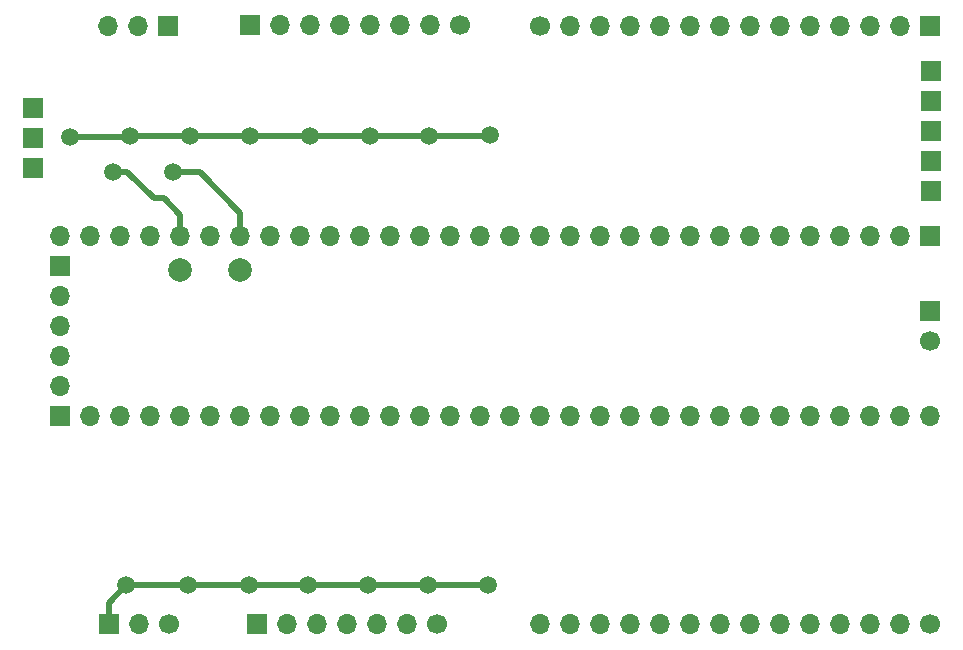
<source format=gbr>
%TF.GenerationSoftware,KiCad,Pcbnew,6.0.0*%
%TF.CreationDate,2022-01-02T16:56:48+01:00*%
%TF.ProjectId,kaugummi_motherboard,6b617567-756d-46d6-995f-6d6f74686572,rev?*%
%TF.SameCoordinates,PX328b740PY6cb8080*%
%TF.FileFunction,Copper,L2,Bot*%
%TF.FilePolarity,Positive*%
%FSLAX46Y46*%
G04 Gerber Fmt 4.6, Leading zero omitted, Abs format (unit mm)*
G04 Created by KiCad (PCBNEW 6.0.0) date 2022-01-02 16:56:48*
%MOMM*%
%LPD*%
G01*
G04 APERTURE LIST*
%TA.AperFunction,ComponentPad*%
%ADD10R,1.700000X1.700000*%
%TD*%
%TA.AperFunction,ComponentPad*%
%ADD11O,1.700000X1.700000*%
%TD*%
%TA.AperFunction,ComponentPad*%
%ADD12C,1.700000*%
%TD*%
%TA.AperFunction,ViaPad*%
%ADD13C,1.500000*%
%TD*%
%TA.AperFunction,ViaPad*%
%ADD14C,2.000000*%
%TD*%
%TA.AperFunction,Conductor*%
%ADD15C,0.500000*%
%TD*%
G04 APERTURE END LIST*
D10*
%TO.P,J12,1,Pin_1*%
%TO.N,GNDREF*%
X79348400Y49974400D03*
%TO.P,J12,2,Pin_2*%
X79348400Y47434400D03*
%TO.P,J12,3,Pin_3*%
X79348400Y44894400D03*
%TO.P,J12,4,Pin_4*%
X79348400Y42354400D03*
%TO.P,J12,5,Pin_5*%
X79348400Y39814400D03*
%TD*%
%TO.P,J11,1,Pin_1*%
%TO.N,GNDA*%
X3351600Y46774000D03*
%TO.P,J11,2,Pin_2*%
X3351600Y44234000D03*
%TO.P,J11,3,Pin_3*%
X3351600Y41694000D03*
%TD*%
D11*
%TO.P,J10,14,Pin_14*%
%TO.N,Net-(J4-Pad17)*%
X46303000Y3086000D03*
%TO.P,J10,13,Pin_13*%
%TO.N,Net-(J4-Pad18)*%
X48843000Y3086000D03*
%TO.P,J10,12,Pin_12*%
%TO.N,Net-(J4-Pad19)*%
X51383000Y3086000D03*
%TO.P,J10,11,Pin_11*%
%TO.N,Net-(J4-Pad20)*%
X53923000Y3086000D03*
%TO.P,J10,10,Pin_10*%
%TO.N,Net-(J4-Pad21)*%
X56463000Y3086000D03*
%TO.P,J10,9,Pin_9*%
%TO.N,Net-(J4-Pad22)*%
X59003000Y3086000D03*
%TO.P,J10,8,Pin_8*%
%TO.N,Net-(J4-Pad23)*%
X61543000Y3086000D03*
%TO.P,J10,7,Pin_7*%
%TO.N,Net-(J4-Pad24)*%
X64083000Y3086000D03*
%TO.P,J10,6,Pin_6*%
%TO.N,Net-(J4-Pad25)*%
X66623000Y3086000D03*
%TO.P,J10,5,Pin_5*%
%TO.N,Net-(J4-Pad26)*%
X69163000Y3086000D03*
%TO.P,J10,4,Pin_4*%
%TO.N,Net-(J4-Pad27)*%
X71703000Y3086000D03*
%TO.P,J10,3,Pin_3*%
%TO.N,Net-(J4-Pad28)*%
X74243000Y3086000D03*
%TO.P,J10,2,Pin_2*%
%TO.N,Net-(J4-Pad29)*%
X76783000Y3086000D03*
D12*
%TO.P,J10,1,Pin_1*%
%TO.N,VCC*%
X79323000Y3086000D03*
%TD*%
%TO.P,J9,1,Pin_1*%
%TO.N,Net-(J3-Pad14)*%
X46313000Y53759000D03*
D11*
%TO.P,J9,2,Pin_2*%
%TO.N,Net-(J3-Pad13)*%
X48853000Y53759000D03*
%TO.P,J9,3,Pin_3*%
%TO.N,Net-(J3-Pad12)*%
X51393000Y53759000D03*
%TO.P,J9,4,Pin_4*%
%TO.N,Net-(J3-Pad11)*%
X53933000Y53759000D03*
%TO.P,J9,5,Pin_5*%
%TO.N,Net-(J3-Pad10)*%
X56473000Y53759000D03*
%TO.P,J9,6,Pin_6*%
%TO.N,Net-(J3-Pad9)*%
X59013000Y53759000D03*
%TO.P,J9,7,Pin_7*%
%TO.N,Net-(J3-Pad8)*%
X61553000Y53759000D03*
%TO.P,J9,8,Pin_8*%
%TO.N,Net-(J3-Pad7)*%
X64093000Y53759000D03*
%TO.P,J9,9,Pin_9*%
%TO.N,Net-(J3-Pad6)*%
X66633000Y53759000D03*
%TO.P,J9,10,Pin_10*%
%TO.N,Net-(J3-Pad5)*%
X69173000Y53759000D03*
%TO.P,J9,11,Pin_11*%
%TO.N,Net-(J3-Pad4)*%
X71713000Y53759000D03*
%TO.P,J9,12,Pin_12*%
%TO.N,Net-(J3-Pad3)*%
X74253000Y53759000D03*
%TO.P,J9,13,Pin_13*%
%TO.N,Net-(J3-Pad2)*%
X76793000Y53759000D03*
D10*
%TO.P,J9,14,Pin_14*%
%TO.N,GNDREF*%
X79333000Y53759000D03*
%TD*%
%TO.P,J8,3,Pin_3*%
%TO.N,GNDA*%
X9752400Y3136800D03*
D11*
%TO.P,J8,2,Pin_2*%
%TO.N,/outFO_8+*%
X12292400Y3136800D03*
D12*
%TO.P,J8,1,Pin_1*%
%TO.N,/outFO_7+*%
X14832400Y3136800D03*
%TD*%
D10*
%TO.P,J7,1,Pin_1*%
%TO.N,GNDA*%
X14792000Y53759000D03*
D11*
%TO.P,J7,2,Pin_2*%
%TO.N,/inFI_7*%
X12252000Y53759000D03*
%TO.P,J7,3,Pin_3*%
%TO.N,/inFI_8*%
X9712000Y53759000D03*
%TD*%
D12*
%TO.P,J6,1,Pin_1*%
%TO.N,/outFO_1+*%
X37545000Y3112000D03*
D11*
%TO.P,J6,2,Pin_2*%
%TO.N,/outFO_2+*%
X35005000Y3112000D03*
%TO.P,J6,3,Pin_3*%
%TO.N,/outFO_3+*%
X32465000Y3112000D03*
%TO.P,J6,4,Pin_4*%
%TO.N,/outFO_4+*%
X29925000Y3112000D03*
%TO.P,J6,5,Pin_5*%
%TO.N,/outFO_5+*%
X27385000Y3112000D03*
%TO.P,J6,6,Pin_6*%
%TO.N,/outFO_6+*%
X24845000Y3112000D03*
D10*
%TO.P,J6,7,Pin_7*%
%TO.N,GNDA*%
X22305000Y3112000D03*
%TD*%
D12*
%TO.P,J1,1,Pin_1*%
%TO.N,VCC*%
X79323000Y27089000D03*
D10*
%TO.P,J1,2,Pin_2*%
%TO.N,GNDREF*%
X79323000Y29629000D03*
%TD*%
D11*
%TO.P,J3,30,Pin_30*%
%TO.N,GNDA*%
X5658000Y35979000D03*
%TO.P,J3,29,Pin_29*%
%TO.N,unconnected-(J3-Pad29)*%
X8198000Y35979000D03*
%TO.P,J3,28,Pin_28*%
%TO.N,unconnected-(J3-Pad28)*%
X10738000Y35979000D03*
%TO.P,J3,27,Pin_27*%
%TO.N,unconnected-(J3-Pad27)*%
X13278000Y35979000D03*
%TO.P,J3,26,Pin_26*%
%TO.N,/inFO_8*%
X15818000Y35979000D03*
%TO.P,J3,25,Pin_25*%
%TO.N,/inFO_6*%
X18358000Y35979000D03*
%TO.P,J3,24,Pin_24*%
%TO.N,/inFO_7*%
X20898000Y35979000D03*
%TO.P,J3,23,Pin_23*%
%TO.N,/inFO_5*%
X23438000Y35979000D03*
%TO.P,J3,22,Pin_22*%
%TO.N,Net-(C10-Pad1)*%
X25978000Y35979000D03*
%TO.P,J3,21,Pin_21*%
%TO.N,/inFO_4*%
X28518000Y35979000D03*
%TO.P,J3,20,Pin_20*%
%TO.N,Net-(C9-Pad1)*%
X31058000Y35979000D03*
%TO.P,J3,19,Pin_19*%
%TO.N,/inFO_3*%
X33598000Y35979000D03*
%TO.P,J3,18,Pin_18*%
%TO.N,Net-(C8-Pad1)*%
X36138000Y35979000D03*
%TO.P,J3,17,Pin_17*%
%TO.N,/inFO_2*%
X38678000Y35979000D03*
%TO.P,J3,16,Pin_16*%
%TO.N,Net-(C7-Pad1)*%
X41218000Y35979000D03*
%TO.P,J3,15,Pin_15*%
%TO.N,/inFO_1*%
X43758000Y35979000D03*
%TO.P,J3,14,Pin_14*%
%TO.N,Net-(J3-Pad14)*%
X46298000Y35979000D03*
%TO.P,J3,13,Pin_13*%
%TO.N,Net-(J3-Pad13)*%
X48838000Y35979000D03*
%TO.P,J3,12,Pin_12*%
%TO.N,Net-(J3-Pad12)*%
X51378000Y35979000D03*
%TO.P,J3,11,Pin_11*%
%TO.N,Net-(J3-Pad11)*%
X53918000Y35979000D03*
%TO.P,J3,10,Pin_10*%
%TO.N,Net-(J3-Pad10)*%
X56458000Y35979000D03*
%TO.P,J3,9,Pin_9*%
%TO.N,Net-(J3-Pad9)*%
X58998000Y35979000D03*
%TO.P,J3,8,Pin_8*%
%TO.N,Net-(J3-Pad8)*%
X61538000Y35979000D03*
%TO.P,J3,7,Pin_7*%
%TO.N,Net-(J3-Pad7)*%
X64078000Y35979000D03*
%TO.P,J3,6,Pin_6*%
%TO.N,Net-(J3-Pad6)*%
X66618000Y35979000D03*
%TO.P,J3,5,Pin_5*%
%TO.N,Net-(J3-Pad5)*%
X69158000Y35979000D03*
%TO.P,J3,4,Pin_4*%
%TO.N,Net-(J3-Pad4)*%
X71698000Y35979000D03*
%TO.P,J3,3,Pin_3*%
%TO.N,Net-(J3-Pad3)*%
X74238000Y35979000D03*
%TO.P,J3,2,Pin_2*%
%TO.N,Net-(J3-Pad2)*%
X76778000Y35979000D03*
D10*
%TO.P,J3,1,Pin_1*%
%TO.N,GNDREF*%
X79318000Y35979000D03*
%TD*%
%TO.P,J5,1,Pin_1*%
%TO.N,unconnected-(J5-Pad1)*%
X5663000Y33439000D03*
D11*
%TO.P,J5,2,Pin_2*%
%TO.N,unconnected-(J5-Pad2)*%
X5663000Y30899000D03*
%TO.P,J5,3,Pin_3*%
%TO.N,GNDA*%
X5663000Y28359000D03*
%TO.P,J5,4,Pin_4*%
%TO.N,unconnected-(J5-Pad4)*%
X5663000Y25819000D03*
%TO.P,J5,5,Pin_5*%
%TO.N,unconnected-(J5-Pad5)*%
X5663000Y23279000D03*
%TD*%
D12*
%TO.P,J2,1,Pin_1*%
%TO.N,/inFI_1*%
X39470400Y53835200D03*
D11*
%TO.P,J2,2,Pin_2*%
%TO.N,/inFI_2*%
X36930400Y53835200D03*
%TO.P,J2,3,Pin_3*%
%TO.N,/inFI_3*%
X34390400Y53835200D03*
%TO.P,J2,4,Pin_4*%
%TO.N,/inFI_4*%
X31850400Y53835200D03*
%TO.P,J2,5,Pin_5*%
%TO.N,/inFI_5*%
X29310400Y53835200D03*
%TO.P,J2,6,Pin_6*%
%TO.N,/inFI_6*%
X26770400Y53835200D03*
%TO.P,J2,7,Pin_7*%
%TO.N,unconnected-(J2-Pad7)*%
X24230400Y53835200D03*
D10*
%TO.P,J2,8,Pin_8*%
%TO.N,GNDA*%
X21690400Y53835200D03*
%TD*%
%TO.P,J4,1,Pin_1*%
%TO.N,/outFI_8-*%
X5663000Y20739000D03*
D11*
%TO.P,J4,2,Pin_2*%
%TO.N,/outFI_8+*%
X8203000Y20739000D03*
%TO.P,J4,3,Pin_3*%
%TO.N,/outFI_7-*%
X10743000Y20739000D03*
%TO.P,J4,4,Pin_4*%
%TO.N,/outFI_7+*%
X13283000Y20739000D03*
%TO.P,J4,5,Pin_5*%
%TO.N,/outFI_6-*%
X15823000Y20739000D03*
%TO.P,J4,6,Pin_6*%
%TO.N,/outFI_6+*%
X18363000Y20739000D03*
%TO.P,J4,7,Pin_7*%
%TO.N,/outFI_5-*%
X20903000Y20739000D03*
%TO.P,J4,8,Pin_8*%
%TO.N,/outFI_5+*%
X23443000Y20739000D03*
%TO.P,J4,9,Pin_9*%
%TO.N,/outFI_4-*%
X25983000Y20739000D03*
%TO.P,J4,10,Pin_10*%
%TO.N,/outFI_4+*%
X28523000Y20739000D03*
%TO.P,J4,11,Pin_11*%
%TO.N,/outFI_3-*%
X31063000Y20739000D03*
%TO.P,J4,12,Pin_12*%
%TO.N,/outFI_3+*%
X33603000Y20739000D03*
%TO.P,J4,13,Pin_13*%
%TO.N,/outFI_2-*%
X36143000Y20739000D03*
%TO.P,J4,14,Pin_14*%
%TO.N,/outFI_2+*%
X38683000Y20739000D03*
%TO.P,J4,15,Pin_15*%
%TO.N,/outFI_1-*%
X41223000Y20739000D03*
%TO.P,J4,16,Pin_16*%
%TO.N,/outFI_1+*%
X43763000Y20739000D03*
%TO.P,J4,17,Pin_17*%
%TO.N,Net-(J4-Pad17)*%
X46303000Y20739000D03*
%TO.P,J4,18,Pin_18*%
%TO.N,Net-(J4-Pad18)*%
X48843000Y20739000D03*
%TO.P,J4,19,Pin_19*%
%TO.N,Net-(J4-Pad19)*%
X51383000Y20739000D03*
%TO.P,J4,20,Pin_20*%
%TO.N,Net-(J4-Pad20)*%
X53923000Y20739000D03*
%TO.P,J4,21,Pin_21*%
%TO.N,Net-(J4-Pad21)*%
X56463000Y20739000D03*
%TO.P,J4,22,Pin_22*%
%TO.N,Net-(J4-Pad22)*%
X59003000Y20739000D03*
%TO.P,J4,23,Pin_23*%
%TO.N,Net-(J4-Pad23)*%
X61543000Y20739000D03*
%TO.P,J4,24,Pin_24*%
%TO.N,Net-(J4-Pad24)*%
X64083000Y20739000D03*
%TO.P,J4,25,Pin_25*%
%TO.N,Net-(J4-Pad25)*%
X66623000Y20739000D03*
%TO.P,J4,26,Pin_26*%
%TO.N,Net-(J4-Pad26)*%
X69163000Y20739000D03*
%TO.P,J4,27,Pin_27*%
%TO.N,Net-(J4-Pad27)*%
X71703000Y20739000D03*
%TO.P,J4,28,Pin_28*%
%TO.N,Net-(J4-Pad28)*%
X74243000Y20739000D03*
%TO.P,J4,29,Pin_29*%
%TO.N,Net-(J4-Pad29)*%
X76783000Y20739000D03*
%TO.P,J4,30,Pin_30*%
%TO.N,VCC*%
X79323000Y20739000D03*
%TD*%
D13*
%TO.N,GNDA*%
X42061200Y44488000D03*
X36879600Y44440203D03*
X31850400Y44437200D03*
X26770400Y44437200D03*
X21741200Y44437200D03*
X16661200Y44437200D03*
X11530400Y44402520D03*
X6450400Y44386400D03*
X11262000Y6431000D03*
X16469000Y6431000D03*
X21676000Y6431000D03*
X26629000Y6431000D03*
X31709000Y6431000D03*
X36789000Y6431000D03*
X41869000Y6431000D03*
%TO.N,/inFO_8*%
X10108000Y41389200D03*
%TO.N,/inFO_7*%
X15188000Y41389200D03*
D14*
%TO.N,/inFO_8*%
X15823000Y33058000D03*
%TO.N,/inFO_7*%
X20903000Y33058000D03*
%TD*%
D15*
%TO.N,GNDA*%
X9752400Y3136800D02*
X9752400Y4921400D01*
X9752400Y4921400D02*
X11262000Y6431000D01*
X36789000Y6431000D02*
X41869000Y6431000D01*
X31709000Y6431000D02*
X36789000Y6431000D01*
X26629000Y6431000D02*
X31709000Y6431000D01*
X21676000Y6431000D02*
X26629000Y6431000D01*
X21676000Y6431000D02*
X16469000Y6431000D01*
X11262000Y6431000D02*
X16469000Y6431000D01*
X36879600Y44440203D02*
X42013403Y44440203D01*
X42013403Y44440203D02*
X42061200Y44488000D01*
X31850400Y44437200D02*
X36876597Y44437200D01*
X36876597Y44437200D02*
X36879600Y44440203D01*
X26770400Y44437200D02*
X31850400Y44437200D01*
X21741200Y44437200D02*
X26770400Y44437200D01*
X16661200Y44437200D02*
X21741200Y44437200D01*
X11530400Y44402520D02*
X16626520Y44402520D01*
X16626520Y44402520D02*
X16661200Y44437200D01*
X6450400Y44386400D02*
X11514280Y44386400D01*
X11514280Y44386400D02*
X11530400Y44402520D01*
%TO.N,/inFO_8*%
X10108000Y41389200D02*
X11327200Y41389200D01*
X11327200Y41389200D02*
X13562400Y39154000D01*
X13562400Y39154000D02*
X14426000Y39154000D01*
X14426000Y39154000D02*
X15818000Y37762000D01*
X15818000Y37762000D02*
X15818000Y35979000D01*
%TO.N,/inFO_7*%
X15188000Y41389200D02*
X17474000Y41389200D01*
X17474000Y41389200D02*
X20898000Y37965200D01*
X20898000Y37965200D02*
X20898000Y35979000D01*
%TD*%
M02*

</source>
